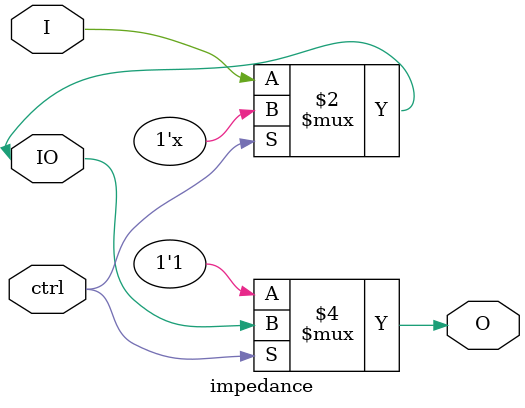
<source format=v>
/*
 * MIT License
 *
 * Copyright (c) 2018 Mario Rubio
 *
 MIT License

Copyright (c) 2015-present, Facebook, Inc.

Permission is hereby granted, free of charge, to any person obtaining a copy
of this software and associated documentation files (the "Software"), to deal
in the Software without restriction, including without limitation the rights
to use, copy, modify, merge, publish, distribute, sublicense, and/or sell
copies of the Software, and to permit persons to whom the Software is
furnished to do so, subject to the following conditions:

The above copyright notice and this permission notice shall be included in all
copies or substantial portions of the Software.

THE SOFTWARE IS PROVIDED "AS IS", WITHOUT WARRANTY OF ANY KIND, EXPRESS OR
IMPLIED, INCLUDING BUT NOT LIMITED TO THE WARRANTIES OF MERCHANTABILITY,
FITNESS FOR A PARTICULAR PURPOSE AND NONINFRINGEMENT. IN NO EVENT SHALL THE
AUTHORS OR COPYRIGHT HOLDERS BE LIABLE FOR ANY CLAIM, DAMAGES OR OTHER
LIABILITY, WHETHER IN AN ACTION OF CONTRACT, TORT OR OTHERWISE, ARISING FROM,
OUT OF OR IN CONNECTION WITH THE SOFTWARE OR THE USE OR OTHER DEALINGS IN THE
SOFTWARE.
 
 */

/*
 * Revision History:
 *     Initial:        2018/07/15        Mario Rubio
 */

`default_nettype none

module impedance (
                  inout  wire IO,
                  input  wire I,
                  input  wire ctrl,
                  output wire O
                 );

    assign IO = (ctrl == 1'b1) ? 1'bz : I;
    assign O  = (ctrl == 1'b1) ? IO   : 1'b1;

endmodule
</source>
